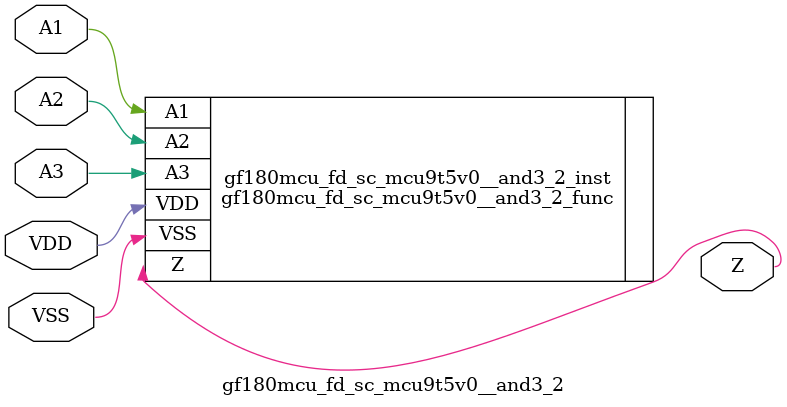
<source format=v>

module gf180mcu_fd_sc_mcu9t5v0__and3_2( A1, A2, A3, Z, VDD, VSS );
input A1, A2, A3;
inout VDD, VSS;
output Z;

   `ifdef FUNCTIONAL  //  functional //

	gf180mcu_fd_sc_mcu9t5v0__and3_2_func gf180mcu_fd_sc_mcu9t5v0__and3_2_behav_inst(.A1(A1),.A2(A2),.A3(A3),.Z(Z),.VDD(VDD),.VSS(VSS));

   `else

	gf180mcu_fd_sc_mcu9t5v0__and3_2_func gf180mcu_fd_sc_mcu9t5v0__and3_2_inst(.A1(A1),.A2(A2),.A3(A3),.Z(Z),.VDD(VDD),.VSS(VSS));

	// spec_gates_begin


	// spec_gates_end



   specify

	// specify_block_begin

	// comb arc A1 --> Z
	 (A1 => Z) = (1.0,1.0);

	// comb arc A2 --> Z
	 (A2 => Z) = (1.0,1.0);

	// comb arc A3 --> Z
	 (A3 => Z) = (1.0,1.0);

	// specify_block_end

   endspecify

   `endif

endmodule

</source>
